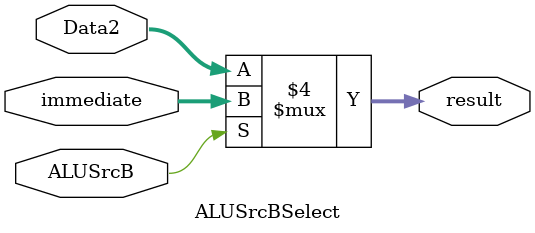
<source format=v>
`timescale 1ns / 1ps


module ALUSrcBSelect(
    input [31:0]Data2,
    input [31:0]immediate,
    input ALUSrcB,
    output reg[31:0]result
    );
    always@(Data2 or immediate or ALUSrcB) begin
        if(ALUSrcB==0)
            result<=Data2;
        else
            result<=immediate;
    end
endmodule

</source>
